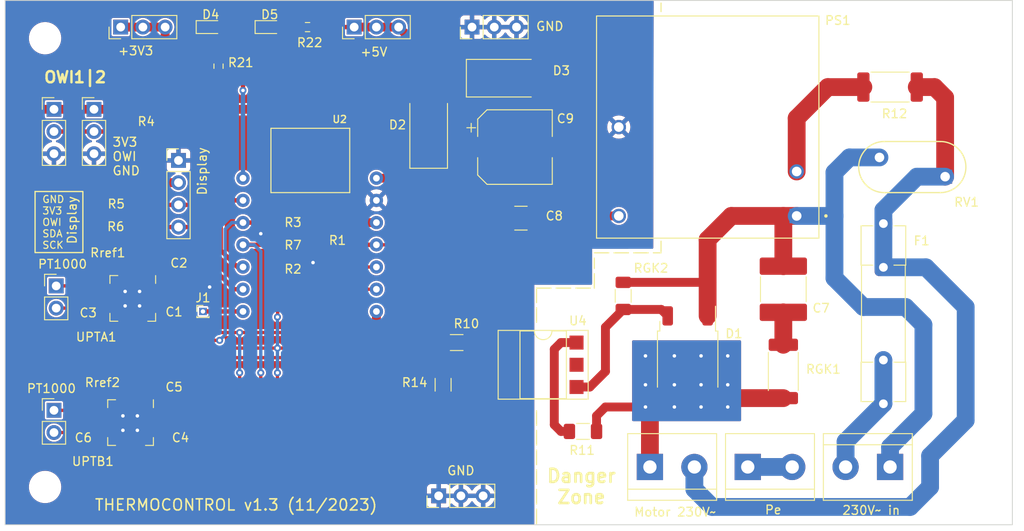
<source format=kicad_pcb>
(kicad_pcb (version 20221018) (generator pcbnew)
  (layers (0 "F.Cu" signal) (31 "B.Cu" signal) (34 "B.Paste" user) (35 "F.Paste" user) (36 "B.SilkS" user "B.Silkscreen") (37 "F.SilkS" user "F.Silkscreen") (38 "B.Mask" user) (39 "F.Mask" user) (44 "Edge.Cuts" user))
  (net 0 "")
  (net 1 "+3V3")
  (net 2 "GND")
  (net 3 "Net-(JPTa1-Pin_1)")
  (net 4 "Net-(JPTa1-Pin_2)")
  (net 5 "Net-(JPTb1-Pin_1)")
  (net 6 "Net-(JPTb1-Pin_2)")
  (net 7 "Net-(C7-Pad1)")
  (net 8 "power_230V_N")
  (net 9 "+5V")
  (net 10 "Net-(D1-G)")
  (net 11 "/motor_control/triac_com")
  (net 12 "Net-(D2-K)")
  (net 13 "Net-(D4-A)")
  (net 14 "Net-(D5-A)")
  (net 15 "power_230V_L1_fused")
  (net 16 "power_230V_L1")
  (net 17 "gpio1")
  (net 18 "i2c_sda")
  (net 19 "i2c_sck")
  (net 20 "owi")
  (net 21 "Net-(J_230V_PE1-Pin_1)")
  (net 22 "Net-(PS1-AC(L))")
  (net 23 "spi_sdi")
  (net 24 "spi_sck")
  (net 25 "spi_cs1")
  (net 26 "spi_cs2")
  (net 27 "motor_ctrl")
  (net 28 "Net-(R10-Pad2)")
  (net 29 "Net-(R11-Pad1)")
  (net 30 "led")
  (net 31 "Net-(UPTA1-ISENSOR)")
  (net 32 "Net-(UPTA1-BIAS)")
  (net 33 "Net-(UPTB1-ISENSOR)")
  (net 34 "Net-(UPTB1-BIAS)")
  (net 35 "spi_sdo")
  (footprint "TerminalBlock:TerminalBlock_bornier-2_P5.08mm" (layer "F.Cu") (at 93.726 73.406)
    (fp_text reference "J_Motor_out1" hide)
    (fp_text value "Screw_Terminal_01x02" hide)
  )
  (footprint "Diode_SMD:D_SMB_Handsoldering" (layer "F.Cu") (at 68.453 34.544 90)
    (fp_text reference "D2")
    (fp_text value "D_Schottky")
  )
  (footprint "Resistor_SMD:R_2512_6332Metric_Pad1.40x3.35mm_HandSolder" (layer "F.Cu") (at 121.158 29.972 180)
    (fp_text reference "R12")
    (fp_text value "RES SMD 12 OHM 5% 3W 2512" hide)
  )
  (footprint "LED_SMD:LED_0603_1608Metric_Pad1.05x0.95mm_HandSolder" (layer "F.Cu") (at 43.561 23.114)
    (fp_text reference "D4")
    (fp_text value "LED")
  )
  (footprint "MountingHole:MountingHole_3.2mm_M3" (layer "F.Cu") (at 24.638 24.384)
    (fp_text reference "H1" hide)
    (fp_text value "MountingHole")
  )
  (footprint "Capacitor_SMD:C_0201_0603Metric_Pad0.64x0.40mm_HandSolder" (layer "F.Cu") (at 29.464 68.077 -90)
    (fp_text reference "C6")
    (fp_text value "100nF")
  )
  (footprint "Package_DFN_QFN:TQFN-20-1EP_5x5mm_P0.65mm_EP3.25x3.25mm" (layer "F.Cu") (at 34.402 68.331 -90)
    (fp_text reference "UPTB1")
    (fp_text value "MAX31865xTP")
  )
  (footprint "Resistor_SMD:R_0201_0603Metric_Pad0.64x0.40mm_HandSolder" (layer "F.Cu") (at 51.204468 50.300724 -90)
    (fp_text reference "R2")
    (fp_text value "1k")
  )
  (footprint "Fuse:Fuseholder_Clip-5x20mm_Schurter_CQM_Inline_P20.60x5.00mm_D1.00mm_Horizontal" (layer "F.Cu") (at 120.396 45.58 -90)
    (fp_text reference "F1")
    (fp_text value "0031.8201")
  )
  (footprint "Resistor_SMD:R_0201_0603Metric_Pad0.64x0.40mm_HandSolder" (layer "F.Cu") (at 34.925 45.979)
    (fp_text reference "R6")
    (fp_text value "R")
  )
  (footprint "Resistor_SMD:R_0201_0603Metric_Pad0.64x0.40mm_HandSolder" (layer "F.Cu") (at 59.69 47.60975 -90)
    (fp_text reference "R1")
    (fp_text value "1k")
  )
  (footprint "Connector_PinHeader_2.54mm:PinHeader_1x03_P2.54mm_Vertical" (layer "F.Cu") (at 73.406 23.114 90)
    (fp_text reference "JGND1" hide)
    (fp_text value "Conn_01x03" hide)
  )
  (footprint "Package_DFN_QFN:TQFN-20-1EP_5x5mm_P0.65mm_EP3.25x3.25mm" (layer "F.Cu") (at 34.656 54.1315 -90)
    (fp_text reference "UPTA1")
    (fp_text value "MAX31865xTP")
  )
  (footprint "TerminalBlock:TerminalBlock_bornier-2_P5.08mm" (layer "F.Cu") (at 121.158 73.406 180)
    (fp_text reference "J_230V_in1" hide)
    (fp_text value "Screw_Terminal_01x02" hide)
  )
  (footprint "Capacitor_SMD:C_0201_0603Metric_Pad0.64x0.40mm_HandSolder" (layer "F.Cu") (at 39.878 51.821 90)
    (fp_text reference "C2")
    (fp_text value "C")
  )
  (footprint "Resistor_SMD:R_0201_0603Metric_Pad0.64x0.40mm_HandSolder" (layer "F.Cu") (at 34.671 63.9114)
    (fp_text reference "Rref2")
    (fp_text value "R")
  )
  (footprint "Connector_PinHeader_2.54mm:PinHeader_1x03_P2.54mm_Vertical" (layer "F.Cu") (at 33.274 23.114 90)
    (fp_text reference "J3V3" hide)
    (fp_text value "Conn_01x03" hide)
  )
  (footprint "power_230v_5v_LD03_23B05R2:CONV_LD03-23B05R2" (layer "F.Cu") (at 100.33 34.544 180)
    (fp_text reference "PS1")
    (fp_text value "LD03-23B05R2")
  )
  (footprint "Resistor_SMD:R_0201_0603Metric_Pad0.64x0.40mm_HandSolder" (layer "F.Cu") (at 34.544 34.644357 -90)
    (fp_text reference "R4")
    (fp_text value "R")
  )
  (footprint "Resistor_SMD:R_2512_6332Metric_Pad1.40x3.35mm_HandSolder" (layer "F.Cu") (at 108.966 62.486 90)
    (fp_text reference "RGK1")
    (fp_text value "39")
  )
  (footprint "xiao ESP32C3_PCB:flo_esp32s3" (layer "F.Cu") (at 47.244 58.166)
    (fp_text reference "U2")
    (fp_text value "MOUDLE-SEEEDUINO-XIAO-ESP32C3")
  )
  (footprint "Resistor_SMD:R_0603_1608Metric_Pad0.98x0.95mm_HandSolder" (layer "F.Cu") (at 44.45 27.5825 90)
    (fp_text reference "R21")
    (fp_text value "R")
  )
  (footprint "Capacitor_SMD:C_0201_0603Metric_Pad0.64x0.40mm_HandSolder" (layer "F.Cu") (at 39.624 65.9434 90)
    (fp_text reference "C5")
    (fp_text value "C")
  )
  (footprint "Package_TO_SOT_SMD:TO-252-2" (layer "F.Cu") (at 98.038 61.174 -90)
    (fp_text reference "D1")
    (fp_text value "ACST210")
  )
  (footprint "Connector_PinHeader_2.54mm:PinHeader_1x03_P2.54mm_Vertical" (layer "F.Cu") (at 25.654 32.512)
    (fp_text reference "JOWI1" hide)
    (fp_text value "Conn_01x03" hide)
  )
  (footprint "Capacitor_SMD:C_2220_5650Metric_Pad1.97x5.40mm_HandSolder" (layer "F.Cu") (at 108.966 53.086 90)
    (fp_text reference "C7")
    (fp_text value "10nF (X2)")
  )
  (footprint "MountingHole:MountingHole_3.2mm_M3" (layer "F.Cu") (at 24.638 75.692)
    (fp_text reference "H4" hide)
    (fp_text value "MountingHole")
  )
  (footprint "Connector_PinHeader_2.54mm:PinHeader_1x04_P2.54mm_Vertical" (layer "F.Cu") (at 39.878 38.359)
    (fp_text reference "JDisplay1" hide)
    (fp_text value "Conn_01x04_Pin")
  )
  (footprint "MountingHole:MountingHole_3.2mm_M3" (layer "F.Cu") (at 131.318 75.692)
    (fp_text reference "H3" hide)
    (fp_text value "MountingHole")
  )
  (footprint "Resistor_SMD:R_1206_3216Metric_Pad1.30x1.75mm_HandSolder" (layer "F.Cu") (at 70.104 64.008 90)
    (fp_text reference "R14")
    (fp_text value "4k7")
  )
  (footprint "Resistor_SMD:R_0201_0603Metric_Pad0.64x0.40mm_HandSolder" (layer "F.Cu") (at 50.7943 45.470767 180)
    (fp_text reference "R3")
    (fp_text value "1k")
  )
  (footprint "Capacitor_SMD:C_0201_0603Metric_Pad0.64x0.40mm_HandSolder" (layer "F.Cu") (at 40.259 53.98 -90)
    (fp_text reference "C1")
    (fp_text value "C")
  )
  (footprint "Resistor_SMD:R_0201_0603Metric_Pad0.64x0.40mm_HandSolder" (layer "F.Cu") (at 50.7943 48.000813 180)
    (fp_text reference "R7")
    (fp_text value "1k")
  )
  (footprint "Connector_PinHeader_2.54mm:PinHeader_1x02_P2.54mm_Vertical" (layer "F.Cu") (at 25.908 52.705)
    (fp_text reference "JPTa1" hide)
    (fp_text value "Conn_01x02")
  )
  (footprint "Resistor_SMD:R_1206_3216Metric_Pad1.30x1.75mm_HandSolder" (layer "F.Cu") (at 71.654 59.182)
    (fp_text reference "R10")
    (fp_text value "Rift")
  )
  (footprint "LED_SMD:LED_0603_1608Metric_Pad1.05x0.95mm_HandSolder" (layer "F.Cu") (at 50.292 23.114)
    (fp_text reference "D5")
    (fp_text value "power_led")
  )
  (footprint "Resistor_SMD:R_0201_0603Metric_Pad0.64x0.40mm_HandSolder" (layer "F.Cu") (at 34.925 49.535)
    (fp_text reference "Rref1")
    (fp_text value "R")
  )
  (footprint "Resistor_SMD:R_0603_1608Metric_Pad0.98x0.95mm_HandSolder" (layer "F.Cu") (at 54.6195 23.114 180)
    (fp_text reference "R22")
    (fp_text value "R")
  )
  (footprint "Capacitor_SMD:C_0201_0603Metric_Pad0.64x0.40mm_HandSolder" (layer "F.Cu") (at 29.718 53.853 -90)
    (fp_text reference "C3")
    (fp_text value "100nF")
  )
  (footprint "VRES_B722-350V_TDK:VRES_B722-350V_TDK" (layer "F.Cu") (at 123.698 39.116 180)
    (fp_text reference "RV1")
    (fp_text value "S10K350")
  )
  (footprint "Resistor_SMD:R_0201_0603Metric_Pad0.64x0.40mm_HandSolder" (layer "F.Cu") (at 34.925 43.439)
    (fp_text reference "R5")
    (fp_text value "R")
  )
  (footprint "Diode_SMD:D_SMB_Handsoldering" (layer "F.Cu") (at 77.47 28.956)
    (fp_text reference "D3")
    (fp_text value "SMBJ7.0A")
  )
  (footprint "Capacitor_SMD:C_1210_3225Metric_Pad1.33x2.70mm_HandSolder" (layer "F.Cu") (at 78.994 44.958)
    (fp_text reference "C8")
    (fp_text value "1u")
  )
  (footprint "Resistor_SMD:R_1206_3216Metric_Pad1.30x1.75mm_HandSolder" (layer "F.Cu") (at 90.678 53.848 -90)
    (fp_text reference "RGK2")
    (fp_text value "330")
  )
  (footprint "Connector_PinHeader_1.00mm:PinHeader_1x01_P1.00mm_Vertical" (layer "F.Cu") (at 42.672 55.626)
    (fp_text reference "J1")
    (fp_text value "Conn_01x01")
  )
  (footprint "Resistor_SMD:R_1206_3216Metric_Pad1.30x1.75mm_HandSolder" (layer "F.Cu") (at 86.08 69.342)
    (fp_text reference "R11")
    (fp_text value "360")
  )
  (footprint "Package_DIP:DIP-6_W7.62mm_SMDSocket_SmallPads" (layer "F.Cu") (at 81.534 61.722)
    (fp_text reference "U4")
    (fp_text value "MOC3162M")
  )
  (footprint "Capacitor_SMD:CP_Elec_8x6.9" (layer "F.Cu") (at 78.313 36.83)
    (fp_text reference "C9")
    (fp_text value "150u")
  )
  (footprint "Connector_PinHeader_2.54mm:PinHeader_1x03_P2.54mm_Vertical" (layer "F.Cu") (at 30.226 32.512)
    (fp_text reference "JOWI2" hide)
    (fp_text value "Conn_01x03" hide)
  )
  (footprint "Capacitor_SMD:C_0201_0603Metric_Pad0.64x0.40mm_HandSolder" (layer "F.Cu") (at 40.005 68.3557 -90)
    (fp_text reference "C4")
    (fp_text value "C")
  )
  (footprint "Connector_PinHeader_2.54mm:PinHeader_1x03_P2.54mm_Vertical" (layer "F.Cu") (at 69.596 76.708 90)
    (fp_text reference "JGND2" hide)
    (fp_text value "Conn_01x03" hide)
  )
  (footprint "Connector_PinHeader_2.54mm:PinHeader_1x02_P2.54mm_Vertical" (layer "F.Cu") (at 25.654 66.929)
    (fp_text reference "JPTb1" hide)
    (fp_text value "Conn_01x02")
  )
  (footprint "Connector_PinHeader_2.54mm:PinHeader_1x03_P2.54mm_Vertical" (layer "F.Cu") (at 59.944 23.114 90)
    (fp_text reference "J5V1" hide)
    (fp_text value "Conn_01x03" hide)
  )
  (footprint "MountingHole:MountingHole_3.2mm_M3" (layer "F.Cu") (at 131.318 24.384)
    (fp_text reference "H2" hide)
    (fp_text value "MountingHole")
  )
  (footprint "TerminalBlock:TerminalBlock_bornier-2_P5.08mm" (layer "F.Cu") (at 104.902 73.406)
    (fp_text reference "J_230V_PE1" hide)
    (fp_text value "Screw_Terminal_01x02" hide)
  )
  (gr_line (start 80.772 79.883) (end 80.772 66.3956) (stroke (width 0.15) (type dash)) (layer "F.SilkS"))
  (gr_line (start 94.996 48.768) (end 94.996 47.5996) (stroke (width 0.15) (type dash)) (layer "F.SilkS"))
  (gr_rect (start 23.495 41.91) (end 28.956 48.895) (stroke (width 0.15)) (fill none) (layer "F.SilkS"))
  (gr_line (start 94.996 21.336) (end 94.996 20.3708) (stroke (width 0.15)) (layer "F.SilkS"))
  (gr_line (start 87.376 48.9204) (end 94.996 48.9204) (stroke (width 0.15) (type dash)) (layer "F.SilkS"))
  (gr_line (start 80.772 52.959) (end 80.772 57.2516) (stroke (width 0.15) (type dash)) (layer "F.SilkS"))
  (gr_line (start 87.376 52.959) (end 87.376 49.53) (stroke (width 0.15) (type dash)) (layer "F.SilkS"))
  (gr_line (start 80.772 52.959) (end 87.376 52.959) (stroke (width 0.15) (type dash)) (layer "F.SilkS"))
  (gr_rect (start 20.066 20.066) (end 135.128 80.01) (stroke (width 0.1)) (fill none) (layer "Edge.Cuts"))
  (gr_text "GND" (at 70.485 74.422) (layer "F.SilkS") (effects (font (size 1.016 1.016) (thickness 0.1524)) (justify left bottom)))
  (gr_text "+5V" (at 60.579 26.543) (layer "F.SilkS") (effects (font (size 1 1)) (justify left bottom)))
  (gr_text "230V~ in" (at 115.6208 78.9432) (layer "F.SilkS") (effects (font (size 1 1)) (justify left bottom)))
  (gr_text "Motor 230V~" (at 91.8464 79.1464) (layer "F.SilkS") (effects (font (size 1 1)) (justify left bottom)))
  (gr_text "Pe" (at 106.7816 78.8924) (layer "F.SilkS") (effects (font (size 1 1)) (justify left bottom)))
  (gr_text "Display" (at 43.18 42.418 90) (layer "F.SilkS") (effects (font (size 1.016 1.016)) (justify left bottom)))
  (gr_text "3V3\nOWI\nGND" (at 32.258 40.132) (layer "F.SilkS") (effects (font (size 1.016 1.016) (thickness 0.1524)) (justify left bottom)))
  (gr_text "OWI1|2" (at 24.384 29.591) (layer "F.SilkS") (effects (font (size 1.27 1.27) (thickness 0.2794) bold) (justify left bottom)))
  (gr_text "+3V3" (at 32.893 26.416) (layer "F.SilkS") (effects (font (size 1 1)) (justify left bottom)))
  (gr_text "Danger\nZone" (at 85.9028 77.724) (layer "F.SilkS") (effects (font (size 1.5 1.5) (thickness 0.3) bold) (justify bottom)))
  (gr_text "PT1000" (at 23.749 50.8) (layer "F.SilkS") (effects (font (size 1 1)) (justify left bottom)))
  (gr_text "GND" (at 80.645 23.622) (layer "F.SilkS") (effects (font (size 1.016 1.016) (thickness 0.1524)) (justify left bottom)))
  (gr_text "THERMOCONTROL v1.3 (11/2023)" (at 30.226 78.486) (layer "F.SilkS") (effects (font (size 1.27 1.27) (thickness 0.1778)) (justify left bottom)))
  (gr_text "PT1000" (at 22.479 65.024) (layer "F.SilkS") (effects (font (size 1 1)) (justify left bottom)))
  (gr_text "Display" (at 28.321 48.006 90) (layer "F.SilkS") (effects (font (size 1.016 1.016)) (justify left bottom)))
  (gr_text "GND\n3V3\nOWI\nSDA\nSCK" (at 24.257 48.514) (layer "F.SilkS") (effects (font (size 0.8128 0.8128) (thickness 0.127) bold) (justify left bottom)))
  (segment (start 51.204468 48.003481) (end 51.2018 48.000813) (width 0.508) (layer "F.Cu") (net 1))
  (segment (start 56.388 43.18) (end 56.2864 43.0784) (width 0.508) (layer "F.Cu") (net 1))
  (segment (start 40.894 67.0592) (end 40.005 67.9482) (width 0.508) (layer "F.Cu") (net 1))
  (segment (start 40.132 48.392) (end 41.529 49.789) (width 0.508) (layer "F.Cu") (net 1))
  (segment (start 38.354 29.845) (end 41.021 32.512) (width 1.016) (layer "F.Cu") (net 1))
  (segment (start 37.9785 52.8315) (end 37.0935 52.8315) (width 0.381) (layer "F.Cu") (net 1))
  (segment (start 34.5175 47.0955) (end 35.56 48.138) (width 0.508) (layer "F.Cu") (net 1))
  (segment (start 37.876 67.031) (end 36.8395 67.031) (width 0.381) (layer "F.Cu") (net 1))
  (segment (start 38.354 23.114) (end 38.354 29.845) (width 1.016) (layer "F.Cu") (net 1))
  (segment (start 56.2864 43.0784) (end 52.08085 43.0784) (width 0.508) (layer "F.Cu") (net 1))
  (segment (start 56.388 43.18) (end 56.388 37.338) (width 1.016) (layer "F.Cu") (net 1))
  (segment (start 34.5175 45.979) (end 34.5175 43.439) (width 0.508) (layer "F.Cu") (net 1))
  (segment (start 35.56 48.138) (end 35.814 48.392) (width 0.508) (layer "F.Cu") (net 1))
  (segment (start 59.69 45.50225) (end 59.65375 45.466) (width 0.508) (layer "F.Cu") (net 1))
  (segment (start 34.5175 40.9995) (end 34.417 40.899) (width 0.508) (layer "F.Cu") (net 1))
  (segment (start 39.878 52.2285) (end 38.5815 52.2285) (width 0.381) (layer "F.Cu") (net 1))
  (segment (start 41.529 49.789) (end 41.529 52.075) (width 0.508) (layer "F.Cu") (net 1))
  (segment (start 35.814 48.392) (end 37.211 48.392) (width 0.508) (layer "F.Cu") (net 1))
  (segment (start 56.388 43.18) (end 58.674 45.466) (width 1.016) (layer "F.Cu") (net 1))
  (segment (start 34.544 34.1365) (end 34.544 32.512) (width 0.508) (layer "F.Cu") (net 1))
  (segment (start 34.5175 45.979) (end 34.5175 47.0955) (width 0.508) (layer "F.Cu") (net 1))
  (segment (start 36.8395 67.681) (end 38.339 67.681) (width 0.381) (layer "F.Cu") (net 1))
  (segment (start 23.373 40.899) (end 22.479 40.005) (width 1.016) (layer "F.Cu") (net 1))
  (segment (start 39.878 52.2285) (end 41.3755 52.2285) (width 0.381) (layer "F.Cu") (net 1))
  (segment (start 22.479 33.655) (end 23.622 32.512) (width 1.016) (layer "F.Cu") (net 1))
  (segment (start 39.624 66.3509) (end 38.5561 66.3509) (width 0.381) (layer "F.Cu") (net 1))
  (segment (start 40.259 53.5725) (end 41.0475 53.5725) (width 0.381) (layer "F.Cu") (net 1))
  (segment (start 37.211 48.392) (end 40.132 48.392) (width 0.508) (layer "F.Cu") (net 1))
  (segment (start 56.388 37.338) (end 51.562 32.512) (width 1.016) (layer "F.Cu") (net 1))
  (segment (start 51.2018 48.000813) (end 51.2018 45.470767) (width 0.508) (layer "F.Cu") (net 1))
  (segment (start 51.204468 49.893224) (end 51.204468 48.003481) (width 0.508) (layer "F.Cu") (net 1))
  (segment (start 39.8984 62.1284) (end 25.9334 62.1284) (width 0.508) (layer "F.Cu") (net 1))
  (segment (start 38.5561 66.3509) (end 37.876 67.031) (width 0.381) (layer "F.Cu") (net 1))
  (segment (start 59.65375 45.466) (end 62.484 45.466) (width 1.016) (layer "F.Cu") (net 1))
  (segment (start 34.544 32.512) (end 41.021 32.512) (width 1.016) (layer "F.Cu") (net 1))
  (segment (start 39.624 66.3509) (end 40.8421 66.3509) (width 0.381) (layer "F.Cu") (net 1))
  (segment (start 22.479 40.005) (end 22.479 33.655) (width 1.016) (layer "F.Cu") (net 1))
  (segment (start 51.2018 43.95745) (end 51.2018 45.470767) (width 0.508) (layer "F.Cu") (net 1))
  (segment (start 41.529 53.091) (end 41.529 52.075) (width 0.381) (layer "F.Cu") (net 1))
  (segment (start 38.4397 53.4815) (end 37.0935 53.4815) (width 0.381) (layer "F.Cu") (net 1))
  (segment (start 41.3755 52.2285) (end 41.529 52.075) (width 0.381) (layer "F.Cu") (net 1))
  (segment (start 40.894 63.124) (end 39.8984 62.1284) (width 0.508) (layer "F.Cu") (net 1))
  (segment (start 40.894 66.299) (end 40.894 67.0592) (width 0.508) (layer "F.Cu") (net 1))
  (segment (start 51.562 32.512) (end 41.021 32.512) (width 1.016) (layer "F.Cu") (net 1))
  (segment (start 38.354 23.114) (end 35.814 23.114) (width 1.016) (layer "F.Cu") (net 1))
  (segment (start 40.259 53.5725) (end 38.5307 53.5725) (width 0.381) (layer "F.Cu") (net 1))
  (segment (start 25.654 32.512) (end 30.226 32.512) (width 1.016) (layer "F.Cu") (net 1))
  (segment (start 39.878 40.899) (end 34.417 40.899) (width 1.016) (layer "F.Cu") (net 1))
  (segment (start 59.69 47.20225) (end 59.69 45.50225) (width 0.508) (layer "F.Cu") (net 1))
  (segment (start 33.274 23.114) (end 35.814 23.114) (width 1.016) (layer "F.Cu") (net 1))
  (segment (start 22.479 58.674) (end 22.479 40.005) (width 0.508) (layer "F.Cu") (net 1))
  (segment (start 38.608 67.95) (end 40.0032 67.95) (width 0.381) (layer "F.Cu") (net 1))
  (segment (start 58.674 45.466) (end 59.65375 45.466) (width 1.016) (layer "F.Cu") (net 1))
  (segment (start 40.0032 67.95) (end 40.005 67.9482) (width 0.381) (layer "F.Cu") (net 1))
  (segment (start 30.226 32.512) (end 34.544 32.512) (width 1.016) (layer "F.Cu") (net 1))
  (segment (start 40.894 66.299) (end 40.894 63.124) (width 0.508) (layer "F.Cu") (net 1))
  (segment (start 34.5175 43.439) (end 34.5175 40.9995) (width 0.508) (layer "F.Cu") (net 1))
  (segment (start 25.9334 62.1284) (end 22.479 58.674) (width 0.508) (layer "F.Cu") (net 1))
  (segment (start 40.8421 66.3509) (end 40.894 66.299) (width 0.381) (layer "F.Cu") (net 1))
  (segment (start 38.339 67.681) (end 38.608 67.95) (width 0.381) (layer "F.Cu") (net 1))
  (segment (start 34.417 40.899) (end 23.373 40.899) (width 1.016) (layer "F.Cu") (net 1))
  (segment (start 52.08085 43.0784) (end 51.2018 43.95745) (width 0.508) (layer "F.Cu") (net 1))
  (segment (start 41.0475 53.5725) (end 41.529 53.091) (width 0.381) (layer "F.Cu") (net 1))
  (segment (start 23.622 32.512) (end 25.654 32.512) (width 1.016) (layer "F.Cu") (net 1))
  (segment (start 38.5307 53.5725) (end 38.4397 53.4815) (width 0.381) (layer "F.Cu") (net 1))
  (segment (start 38.5815 52.2285) (end 37.9785 52.8315) (width 0.381) (layer "F.Cu") (net 1))
  (via (at 55.245 50.038) (size 0.8) (drill 0.4) (layers "F.Cu" "B.Cu") (net 2))
  (via (at 35.433 53.34) (size 0.8) (drill 0.4) (layers "F.Cu" "B.Cu") (net 2))
  (via (at 33.782 53.34) (size 0.8) (drill 0.4) (layers "F.Cu" "B.Cu") (net 2))
  (via (at 43.434 52.832) (size 0.8) (drill 0.4) (layers "F.Cu" "B.Cu") (net 2))
  (via (at 35.179 67.564) (size 0.8) (drill 0.4) (layers "F.Cu" "B.Cu") (net 2))
  (via (at 49.276 46.736) (size 0.8) (drill 0.4) (layers "F.Cu" "B.Cu") (net 2))
  (via (at 33.528 67.564) (size 0.8) (drill 0.4) (layers "F.Cu" "B.Cu") (net 2))
  (via (at 33.528 69.215) (size 0.8) (drill 0.4) (layers "F.Cu" "B.Cu") (net 2))
  (via (at 35.433 54.991) (size 0.8) (drill 0.4) (layers "F.Cu" "B.Cu") (net 2))
  (via (at 35.179 69.215) (size 0.8) (drill 0.4) (layers "F.Cu" "B.Cu") (net 2))
  (via (at 33.782 54.991) (size 0.8) (drill 0.4) (layers "F.Cu" "B.Cu") (net 2))
  (segment (start 25.908 52.705) (end 27.935 52.705) (width 0.381) (layer "F.Cu") (net 3))
  (segment (start 30.8345 52.1015) (end 30.8345 53.4455) (width 0.381) (layer "F.Cu") (net 3))
  (segment (start 27.935 52.705) (end 28.6755 53.4455) (width 0.381) (layer "F.Cu") (net 3))
  (segment (start 33.356 51.694) (end 31.242 51.694) (width 0.381) (layer "F.Cu") (net 3))
  (segment (start 30.8345 53.4455) (end 29.718 53.4455) (width 0.381) (layer "F.Cu") (net 3))
  (segment (start 31.242 51.694) (end 30.8345 52.1015) (width 0.381) (layer "F.Cu") (net 3))
  (segment (start 32.2185 53.4815) (end 30.8705 53.4815) (width 0.381) (layer "F.Cu") (net 3))
  (segment (start 28.6755 53.4455) (end 29.718 53.4455) (width 0.381) (layer "F.Cu") (net 3))
  (segment (start 30.8705 53.4815) (end 30.8345 53.4455) (width 0.381) (layer "F.Cu") (net 3))
  (segment (start 32.2185 54.1315) (end 30.9635 54.1315) (width 0.381) (layer "F.Cu") (net 4))
  (segment (start 30.9635 54.1315) (end 30.8345 54.2605) (width 0.381) (layer "F.Cu") (net 4))
  (segment (start 27.564 55.245) (end 28.5485 54.2605) (width 0.381) (layer "F.Cu") (net 4))
  (segment (start 30.8345 54.2605) (end 29.718 54.2605) (width 0.381) (layer "F.Cu") (net 4))
  (segment (start 25.908 55.245) (end 27.564 55.245) (width 0.381) (layer "F.Cu") (net 4))
  (segment (start 28.5485 54.2605) (end 29.718 54.2605) (width 0.381) (layer "F.Cu") (net 4))
  (segment (start 32.2185 54.7815) (end 32.2185 54.1315) (width 0.381) (layer "F.Cu") (net 4))
  (segment (start 31.9645 67.681) (end 30.973 67.681) (width 0.381) (layer "F.Cu") (net 5))
  (segment (start 30.861 66.299) (end 30.861 67.569) (width 0.381) (layer "F.Cu") (net 5))
  (segment (start 25.654 66.929) (end 27.046 66.929) (width 0.381) (layer "F.Cu") (net 5))
  (segment (start 29.464 67.6695) (end 30.9615 67.6695) (width 0.381) (layer "F.Cu") (net 5))
  (segment (start 30.9615 67.6695) (end 30.973 67.681) (width 0.381) (layer "F.Cu") (net 5))
  (segment (start 27.046 66.929) (end 27.7865 67.6695) (width 0.381) (layer "F.Cu") (net 5))
  (segment (start 31.2665 65.8935) (end 30.861 66.299) (width 0.381) (layer "F.Cu") (net 5))
  (segment (start 33.102 65.8935) (end 31.2665 65.8935) (width 0.381) (layer "F.Cu") (net 5))
  (segment (start 27.7865 67.6695) (end 29.464 67.6695) (width 0.381) (layer "F.Cu") (net 5))
  (segment (start 30.861 67.569) (end 30.9615 67.6695) (width 0.381) (layer "F.Cu") (net 5))
  (segment (start 30.7075 68.4845) (end 30.861 68.331) (width 0.381) (layer "F.Cu") (net 6))
  (segment (start 31.9645 68.981) (end 31.9645 68.331) (width 0.381) (layer "F.Cu") (net 6))
  (segment (start 29.464 68.4845) (end 27.9135 68.4845) (width 0.381) (layer "F.Cu") (net 6))
  (segment (start 30.861 68.331) (end 31.9645 68.331) (width 0.381) (layer "F.Cu") (net 6))
  (segment (start 26.929 69.469) (end 25.654 69.469) (width 0.381) (layer "F.Cu") (net 6))
  (segment (start 27.9135 68.4845) (end 26.929 69.469) (width 0.381) (layer "F.Cu") (net 6))
  (segment (start 29.464 68.4845) (end 30.7075 68.4845) (width 0.381) (layer "F.Cu") (net 6))
  (segment (start 108.966 59.436) (end 108.966 55.7235) (width 2.032) (layer "F.Cu") (net 7))
  (segment (start 90.678 52.298) (end 100.292 52.298) (width 1.016) (layer "F.Cu") (net 8))
  (segment (start 100.318 52.324) (end 100.318 47.4084) (width 2.032) (layer "F.Cu") (net 8))
  (segment (start 103.0224 44.704) (end 110.49 44.704) (width 2.032) (layer "F.Cu") (net 8))
  (segment (start 100.318 56.134) (end 100.318 52.324) (width 2.032) (layer "F.Cu") (net 8))
  (segment (start 108.966 50.4485) (end 108.966 44.704) (width 2.032) (layer "F.Cu") (net 8))
  (segment (start 100.292 52.298) (end 100.318 52.324) (width 1.016) (layer "F.Cu") (net 8))
  (segment (start 100.318 47.4084) (end 103.0224 44.704) (width 2.032) (layer "F.Cu") (net 8))
  (segment (start 124.968 67.31) (end 124.968 57.15) (width 2.032) (layer "B.Cu") (net 8))
  (segment (start 114.808 39.7256) (end 116.5176 38.016) (width 2.032) (layer "B.Cu") (net 8))
  (segment (start 114.808 51.816) (end 114.808 44.704) (width 2.032) (layer "B.Cu") (net 8))
  (segment (start 121.158 71.12) (end 124.968 67.31) (width 2.032) (layer "B.Cu") (net 8))
  (segment (start 122.936 55.118) (end 118.11 55.118) (width 2.032) (layer "B.Cu") (net 8))
  (segment (start 116.5176 38.016) (end 119.948 38.016) (width 2.032) (layer "B.Cu") (net 8))
  (segment (start 114.808 44.704) (end 110.49 44.704) (width 2.032) (layer "B.Cu") (net 8))
  (segment (start 118.11 55.118) (end 114.808 51.816) (width 2.032) (layer "B.Cu") (net 8))
  (segment (start 121.158 73.406) (end 121.158 71.12) (width 2.032) (layer "B.Cu") (net 8))
  (segment (start 124.968 57.15) (end 122.936 55.118) (width 2.032) (layer "B.Cu") (net 8))
  (segment (start 114.808 44.704) (end 114.808 39.7256) (width 2.032) (layer "B.Cu") (net 8))
  (segment (start 62.484 23.114) (end 65.024 23.114) (width 1.016) (layer "F.Cu") (net 9))
  (segment (start 74.838 40.548) (end 77.4315 43.1415) (width 1.016) (layer "F.Cu") (net 9))
  (segment (start 88.138 44.704) (end 83.566 49.276) (width 1.016) (layer "F.Cu") (net 9))
  (segment (start 79.248 49.276) (end 77.4315 47.4595) (width 1.016) (layer "F.Cu") (net 9))
  (segment (start 77.4315 47.4595) (end 77.4315 44.958) (width 1.016) (layer "F.Cu") (net 9))
  (segment (start 90.17 44.704) (end 88.138 44.704) (width 1.016) (layer "F.Cu") (net 9))
  (segment (start 83.566 49.276) (end 79.248 49.276) (width 1.016) (layer "F.Cu") (net 9))
  (segment (start 68.453 28.956) (end 68.453 26.543) (width 1.016) (layer "F.Cu") (net 9))
  (segment (start 68.453 31.844) (end 68.453 28.956) (width 1.016) (layer "F.Cu") (net 9))
  (segment (start 74.838 36.83) (end 74.838 40.548) (width 1.016) (layer "F.Cu") (net 9))
  (segment (start 74.77 28.956) (end 68.453 28.956) (width 1.016) (layer "F.Cu") (net 9))
  (segment (start 77.4315 43.1415) (end 77.4315 44.958) (width 1.016) (layer "F.Cu") (net 9))
  (segment (start 68.453 26.543) (end 65.024 23.114) (width 1.016) (layer "F.Cu") (net 9))
  (segment (start 74.838 36.83) (end 74.838 29.024) (width 1.016) (layer "F.Cu") (net 9))
  (segment (start 59.944 23.114) (end 62.484 23.114) (width 1.016) (layer "F.Cu") (net 9))
  (segment (start 59.944 23.114) (end 55.532 23.114) (width 0.508) (layer "F.Cu") (net 9))
  (segment (start 88.646 62.484) (end 88.646 57.43) (width 1.016) (layer "F.Cu") (net 10))
  (segment (start 95.758 56.134) (end 95.022 55.398) (width 1.016) (layer "F.Cu") (net 10))
  (segment (start 95.022 55.398) (end 90.678 55.398) (width 1.016) (layer "F.Cu") (net 10))
  (segment (start 85.344 64.262) (end 86.868 64.262) (width 1.016) (layer "F.Cu") (net 10))
  (segment (start 88.646 57.43) (end 90.678 55.398) (width 1.016) (layer "F.Cu") (net 10))
  (segment (start 86.868 64.262) (end 88.646 62.484) (width 1.016) (layer "F.Cu") (net 10))
  (segment (start 108.966 65.536) (end 102.366 65.536) (width 2.032) (layer "F.Cu") (net 11))
  (segment (start 87.63 67.564) (end 88.646 66.548) (width 1.016) (layer "F.Cu") (net 11))
  (segment (start 93.726 73.406) (end 93.726 66.802) (width 2.032) (layer "F.Cu") (net 11))
  (segment (start 93.472 66.548) (end 93.726 66.802) (width 1.016) (layer "F.Cu") (net 11))
  (segment (start 87.63 69.342) (end 87.63 67.564) (width 1.016) (layer "F.Cu") (net 11))
  (segment (start 88.646 66.548) (end 93.472 66.548) (width 1.016) (layer "F.Cu") (net 11))
  (via (at 93.218 64.008) (size 0.8) (drill 0.4) (layers "F.Cu" "B.Cu") (net 11))
  (via (at 99.568 60.706) (size 0.8) (drill 0.4) (layers "F.Cu" "B.Cu") (net 11))
  (via (at 96.52 64.008) (size 0.8) (drill 0.4) (layers "F.Cu" "B.Cu") (net 11))
  (via (at 99.568 64.008) (size 0.8) (drill 0.4) (layers "F.Cu" "B.Cu") (net 11))
  (via (at 99.568 66.548) (size 0.8) (drill 0.4) (layers "F.Cu" "B.Cu") (net 11))
  (via (at 93.218 60.706) (size 0.8) (drill 0.4) (layers "F.Cu" "B.Cu") (net 11))
  (via (at 96.52 66.548) (size 0.8) (drill 0.4) (layers "F.Cu" "B.Cu") (net 11))
  (via (at 102.616 64.008) (size 0.8) (drill 0.4) (layers "F.Cu" "B.Cu") (net 11))
  (via (at 96.52 60.706) (size 0.8) (drill 0.4) (layers "F.Cu" "B.Cu") (net 11))
  (via (at 102.616 66.548) (size 0.8) (drill 0.4) (layers "F.Cu" "B.Cu") (net 11))
  (via (at 102.616 60.706) (size 0.8) (drill 0.4) (layers "F.Cu" "B.Cu") (net 11))
  (via (at 93.218 66.548) (size 0.8) (drill 0.4) (layers "F.Cu" "B.Cu") (net 11))
  (segment (start 68.453 39.624) (end 67.691 40.386) (width 1.016) (layer "F.Cu") (net 12))
  (segment (start 68.453 37.244) (end 68.453 39.624) (width 1.016) (layer "F.Cu") (net 12))
  (segment (start 67.691 40.386) (end 62.484 40.386) (width 1.016) (layer "F.Cu") (net 12))
  (segment (start 44.45 26.67) (end 44.45 23.128) (width 0.508) (layer "F.Cu") (net 13))
  (segment (start 44.45 23.128) (end 44.436 23.114) (width 0.508) (layer "F.Cu") (net 13))
  (segment (start 53.707 23.114) (end 51.167 23.114) (width 0.508) (layer "F.Cu") (net 14))
  (segment (start 127.448 31.182) (end 127.448 40.216) (width 2.032) (layer "F.Cu") (net 15))
  (segment (start 124.208 29.972) (end 126.238 29.972) (width 2.032) (layer "F.Cu") (net 15))
  (segment (start 126.238 29.972) (end 127.448 31.182) (width 2.032) (layer "F.Cu") (net 15))
  (segment (start 98.806 73.406) (end 98.806 75.946) (width 2.032) (layer "B.Cu") (net 15))
  (segment (start 129.794 68.072) (end 129.794 55.118) (width 2.032) (layer "B.Cu") (net 15))
  (segment (start 125.256 50.58) (end 120.396 50.58) (width 2.032) (layer "B.Cu") (net 15))
  (segment (start 120.396 50.58) (end 120.396 45.58) (width 2.032) (layer "B.Cu") (net 15))
  (segment (start 98.806 75.946) (end 100.838 77.978) (width 2.032) (layer "B.Cu") (net 15))
  (segment (start 124.2236 40.216) (end 127.448 40.216) (width 2.032) (layer "B.Cu") (net 15))
  (segment (start 125.73 75.692) (end 125.73 72.136) (width 2.032) (layer "B.Cu") (net 15))
  (segment (start 100.838 77.978) (end 123.444 77.978) (width 2.032) (layer "B.Cu") (net 15))
  (segment (start 125.73 72.136) (end 129.794 68.072) (width 2.032) (layer "B.Cu") (net 15))
  (segment (start 120.396 45.58) (end 120.396 44.0436) (width 2.032) (layer "B.Cu") (net 15))
  (segment (start 129.794 55.118) (end 125.256 50.58) (width 2.032) (layer "B.Cu") (net 15))
  (segment (start 123.444 77.978) (end 125.73 75.692) (width 2.032) (layer "B.Cu") (net 15))
  (segment (start 120.396 44.0436) (end 124.2236 40.216) (width 2.032) (layer "B.Cu") (net 15))
  (segment (start 116.078 73.406) (end 116.078 70.498) (width 2.032) (layer "B.Cu") (net 16))
  (segment (start 120.396 66.18) (end 120.396 61.18) (width 2.032) (layer "B.Cu") (net 16))
  (segment (start 116.078 70.498) (end 120.396 66.18) (width 2.032) (layer "B.Cu") (net 16))
  (segment (start 47.244 55.626) (end 42.672 55.626) (width 0.508) (layer "F.Cu") (net 17))
  (segment (start 46.609 50.546) (end 44.704 48.641) (width 0.508) (layer "F.Cu") (net 18))
  (segment (start 43.439 43.439) (end 39.878 43.439) (width 0.508) (layer "F.Cu") (net 18))
  (segment (start 35.3325 43.439) (end 39.878 43.439) (width 0.508) (layer "F.Cu") (net 18))
  (segment (start 47.244 50.546) (end 46.609 50.546) (width 0.508) (layer "F.Cu") (net 18))
  (segment (start 44.704 48.641) (end 44.704 44.704) (width 0.508) (layer "F.Cu") (net 18))
  (segment (start 44.704 44.704) (end 43.439 43.439) (width 0.508) (layer "F.Cu") (net 18))
  (segment (start 46.228 53.086) (end 43.307 50.165) (width 0.508) (layer "F.Cu") (net 19))
  (segment (start 35.3325 45.979) (end 39.878 45.979) (width 0.508) (layer "F.Cu") (net 19))
  (segment (start 47.244 53.086) (end 46.228 53.086) (width 0.508) (layer "F.Cu") (net 19))
  (segment (start 43.307 47.625) (end 41.661 45.979) (width 0.508) (layer "F.Cu") (net 19))
  (segment (start 41.661 45.979) (end 39.878 45.979) (width 0.508) (layer "F.Cu") (net 19))
  (segment (start 43.307 50.165) (end 43.307 47.625) (width 0.508) (layer "F.Cu") (net 19))
  (segment (start 46.228 42.926) (end 44.958 41.656) (width 0.508) (layer "F.Cu") (net 20))
  (segment (start 34.544 35.051857) (end 42.163857 35.051857) (width 0.508) (layer "F.Cu") (net 20))
  (segment (start 44.958 41.656) (end 44.958 37.846) (width 0.508) (layer "F.Cu") (net 20))
  (segment (start 34.543857 35.052) (end 34.544 35.051857) (width 0.508) (layer "F.Cu") (net 20))
  (segment (start 30.226 35.052) (end 34.543857 35.052) (width 0.508) (layer "F.Cu") (net 20))
  (segment (start 25.654 35.052) (end 30.226 35.052) (width 0.508) (layer "F.Cu") (net 20))
  (segment (start 44.958 37.846) (end 42.163857 35.051857) (width 0.508) (layer "F.Cu") (net 20))
  (segment (start 47.244 42.926) (end 46.228 42.926) (width 0.508) (layer "F.Cu") (net 20))
  (segment (start 104.902 73.406) (end 109.982 73.406) (width 2.032) (layer "B.Cu") (net 21))
  (segment (start 114.046 29.972) (end 110.49 33.528) (width 2.032) (layer "F.Cu") (net 22))
  (segment (start 110.49 33.528) (end 110.49 39.624) (width 2.032) (layer "F.Cu") (net 22))
  (segment (start 118.108 29.972) (end 114.046 29.972) (width 2.032) (layer "F.Cu") (net 22))
  (segment (start 62.484 48.006) (end 59.70125 48.006) (width 0.508) (layer "F.Cu") (net 23))
  (segment (start 53.721 60.706) (end 60.071 54.356) (width 0.381) (layer "F.Cu") (net 23))
  (segment (start 33.356 56.569) (end 33.356 59.391) (width 0.381) (layer "F.Cu") (net 23))
  (segment (start 63.881 48.006) (end 62.484 48.006) (width 0.381) (layer "F.Cu") (net 23))
  (segment (start 64.77 48.895) (end 63.881 48.006) (width 0.381) (layer "F.Cu") (net 23))
  (segment (start 63.881 54.356) (end 64.77 53.467) (width 0.381) (layer "F.Cu") (net 23))
  (segment (start 60.071 54.356) (end 63.881 54.356) (width 0.381) (layer "F.Cu") (net 23))
  (segment (start 34.671 75.438) (end 47.244 75.438) (width 0.381) (layer "F.Cu") (net 23))
  (segment (start 33.356 59.391) (end 34.8742 60.9092) (width 0.381) (layer "F.Cu") (net 23))
  (segment (start 34.8742 60.9092) (end 53.5178 60.9092) (width 0.381) (layer "F.Cu") (net 23))
  (segment (start 64.77 53.467) (end 64.77 48.895) (width 0.381) (layer "F.Cu") (net 23))
  (segment (start 53.5178 60.9092) (end 53.721 60.706) (width 0.381) (layer "F.Cu") (net 23))
  (segment (start 33.102 70.7685) (end 33.102 73.869) (width 0.381) (layer "F.Cu") (net 23))
  (segment (start 33.102 73.869) (end 34.671 75.438) (width 0.381) (layer "F.Cu") (net 23))
  (segment (start 59.70125 48.006) (end 59.69 48.01725) (width 0.508) (layer "F.Cu") (net 23))
  (segment (start 53.721 68.961) (end 53.721 60.706) (width 0.381) (layer "F.Cu") (net 23))
  (segment (start 47.244 75.438) (end 53.721 68.961) (width 0.381) (layer "F.Cu") (net 23))
  (segment (start 51.204468 56.237532) (end 51.181 56.261) (width 0.381) (layer "F.Cu") (net 24))
  (segment (start 46.355 74.295) (end 51.181 69.469) (width 0.381) (layer "F.Cu") (net 24))
  (segment (start 51.181 59.817) (end 53.086 59.817) (width 0.381) (layer "F.Cu") (net 24))
  (segment (start 51.204468 50.708224) (end 51.204468 56.237532) (width 0.381) (layer "F.Cu") (net 24))
  (segment (start 33.752 73.122) (end 34.925 74.295) (width 0.381) (layer "F.Cu") (net 24))
  (segment (start 34.006 58.263) (end 35.56 59.817) (width 0.381) (layer "F.Cu") (net 24))
  (segment (start 59.817 53.086) (end 62.484 53.086) (width 0.381) (layer "F.Cu") (net 24))
  (segment (start 33.752 70.7685) (end 33.752 73.122) (width 0.381) (layer "F.Cu") (net 24))
  (segment (start 34.006 56.569) (end 34.006 58.263) (width 0.381) (layer "F.Cu") (net 24))
  (segment (start 53.086 59.817) (end 59.817 53.086) (width 0.381) (layer "F.Cu") (net 24))
  (segment (start 34.925 74.295) (end 46.355 74.295) (width 0.381) (layer "F.Cu") (net 24))
  (segment (start 35.56 59.817) (end 51.181 59.817) (width 0.381) (layer "F.Cu") (net 24))
  (segment (start 51.181 69.469) (end 51.181 62.6364) (width 0.381) (layer "F.Cu") (net 24))
  (via (at 51.181 56.261) (size 0.8) (drill 0.4) (layers "F.Cu" "B.Cu") (net 24))
  (via (at 51.181 59.817) (size 0.8) (drill 0.4) (layers "F.Cu" "B.Cu") (net 24))
  (via (at 51.181 62.6364) (size 0.8) (drill 0.4) (layers "F.Cu" "B.Cu") (net 24))
  (segment (start 51.181 62.6364) (end 51.181 59.817) (width 0.381) (layer "B.Cu") (net 24))
  (segment (start 51.181 56.261) (end 51.181 59.817) (width 0.381) (layer "B.Cu") (net 24))
  (segment (start 34.656 56.569) (end 34.656 57.77) (width 0.381) (layer "F.Cu") (net 25))
  (segment (start 50.382033 45.466) (end 50.3868 45.470767) (width 0.508) (layer "F.Cu") (net 25))
  (segment (start 35.814 58.928) (end 44.577 58.928) (width 0.381) (layer "F.Cu") (net 25))
  (segment (start 34.656 57.77) (end 35.814 58.928) (width 0.381) (layer "F.Cu") (net 25))
  (segment (start 47.244 45.466) (end 50.382033 45.466) (width 0.508) (layer "F.Cu") (net 25))
  (via (at 44.577 58.928) (size 0.8) (drill 0.4) (layers "F.Cu" "B.Cu") (net 25))
  (segment (start 45.974 45.466) (end 45.212 46.228) (width 0.381) (layer "B.Cu") (net 25))
  (segment (start 45.212 46.228) (end 45.212 58.293) (width 0.381) (layer "B.Cu") (net 25))
  (segment (start 47.244 45.466) (end 45.974 45.466) (width 0.381) (layer "B.Cu") (net 25))
  (segment (start 45.212 58.293) (end 44.577 58.928) (width 0.381) (layer "B.Cu") (net 25))
  (segment (start 45.085 73.406) (end 49.276 69.215) (width 0.381) (layer "F.Cu") (net 26))
  (segment (start 47.244 48.006) (end 50.381613 48.006) (width 0.508) (layer "F.Cu") (net 26))
  (segment (start 50.381613 48.006) (end 50.3868 48.000813) (width 0.508) (layer "F.Cu") (net 26))
  (segment (start 34.402 72.375) (end 35.433 73.406) (width 0.381) (layer "F.Cu") (net 26))
  (segment (start 49.276 69.215) (end 49.276 62.6364) (width 0.381) (layer "F.Cu") (net 26))
  (segment (start 35.433 73.406) (end 45.085 73.406) (width 0.381) (layer "F.Cu") (net 26))
  (segment (start 34.402 70.7685) (end 34.402 72.375) (width 0.381) (layer "F.Cu") (net 26))
  (via (at 49.276 62.6364) (size 0.8) (drill 0.4) (layers "F.Cu" "B.Cu") (net 26))
  (segment (start 49.276 62.6364) (end 49.276 48.768) (width 0.381) (layer "B.Cu") (net 26))
  (segment (start 48.514 48.006) (end 47.244 48.006) (width 0.381) (layer "B.Cu") (net 26))
  (segment (start 49.276 48.768) (end 48.514 48.006) (width 0.381) (layer "B.Cu") (net 26))
  (segment (start 70.104 59.182) (end 64.5668 59.182) (width 1.016) (layer "F.Cu") (net 27))
  (segment (start 62.484 57.0992) (end 62.484 55.626) (width 1.016) (layer "F.Cu") (net 27))
  (segment (start 64.5668 59.182) (end 62.484 57.0992) (width 1.016) (layer "F.Cu") (net 27))
  (segment (start 70.104 62.458) (end 70.104 59.182) (width 1.016) (layer "F.Cu") (net 27))
  (segment (start 77.724 59.182) (end 73.204 59.182) (width 1.016) (layer "F.Cu") (net 28))
  (segment (start 82.804 59.944) (end 83.566 59.182) (width 1.016) (layer "F.Cu") (net 29))
  (segment (start 84.53 69.342) (end 83.566 69.342) (width 1.016) (layer "F.Cu") (net 29))
  (segment (start 83.566 59.182) (end 85.344 59.182) (width 1.016) (layer "F.Cu") (net 29))
  (segment (start 82.804 68.58) (end 82.804 59.944) (width 1.016) (layer "F.Cu") (net 29))
  (segment (start 83.566 69.342) (end 82.804 68.58) (width 1.016) (layer "F.Cu") (net 29))
  (segment (start 46.1734 28.495) (end 44.45 28.495) (width 0.508) (layer "F.Cu") (net 30))
  (segment (start 47.244 29.5656) (end 46.1734 28.495) (width 0.508) (layer "F.Cu") (net 30))
  (segment (start 47.244 30.353) (end 47.244 29.5656) (width 0.508) (layer "F.Cu") (net 30))
  (via (at 47.244 30.353) (size 0.8) (drill 0.4) (layers "F.Cu" "B.Cu") (net 30))
  (segment (start 47.244 40.386) (end 47.244 30.353) (width 0.508) (layer "B.Cu") (net 30))
  (segment (start 34.006 51.694) (end 34.006 49.819) (width 0.381) (layer "F.Cu") (net 31))
  (segment (start 34.29 49.535) (end 34.5175 49.535) (width 0.381) (layer "F.Cu") (net 31))
  (segment (start 34.006 49.819) (end 34.29 49.535) (width 0.381) (layer "F.Cu") (net 31))
  (segment (start 34.656 51.694) (end 34.006 51.694) (width 0.381) (layer "F.Cu") (net 31))
  (segment (start 35.56 49.535) (end 35.3325 49.535) (width 0.381) (layer "F.Cu") (net 32))
  (segment (start 35.306 51.694) (end 35.956 51.694) (width 0.381) (layer "F.Cu") (net 32))
  (segment (start 35.956 49.931) (end 35.56 49.535) (width 0.381) (layer "F.Cu") (net 32))
  (segment (start 35.956 51.694) (end 35.956 49.931) (width 0.381) (layer "F.Cu") (net 32))
  (segment (start 34.402 65.8935) (end 33.752 65.8935) (width 0.381) (layer "F.Cu") (net 33))
  (segment (start 33.752 65.8935) (end 33.752 64.4229) (width 0.381) (layer "F.Cu") (net 33))
  (segment (start 33.752 64.4229) (end 34.2635 63.9114) (width 0.381) (layer "F.Cu") (net 33))
  (segment (start 35.702 64.282) (end 35.702 65.8935) (width 0.381) (layer "F.Cu") (net 34))
  (segment (start 35.052 65.8935) (end 35.702 65.8935) (width 0.381) (layer "F.Cu") (net 34))
  (segment (start 35.0785 63.9114) (end 35.3314 63.9114) (width 0.381) (layer "F.Cu") (net 34))
  (segment (start 35.3314 63.9114) (end 35.702 64.282) (width 0.381) (layer "F.Cu") (net 34))
  (segment (start 35.052 71.755) (end 35.56 72.263) (width 0.381) (layer "F.Cu") (net 35))
  (segment (start 35.56 72.263) (end 43.561 72.263) (width 0.381) (layer "F.Cu") (net 35))
  (segment (start 35.052 70.7685) (end 35.052 71.755) (width 0.381) (layer "F.Cu") (net 35))
  (segment (start 46.863 68.961) (end 46.863 62.6364) (width 0.381) (layer "F.Cu") (net 35))
  (segment (start 35.306 56.569) (end 35.306 57.404) (width 0.381) (layer "F.Cu") (net 35))
  (segment (start 35.941 58.039) (end 52.197 58.039) (width 0.381) (layer "F.Cu") (net 35))
  (segment (start 35.306 57.404) (end 35.941 58.039) (width 0.381) (layer "F.Cu") (net 35))
  (segment (start 52.197 58.039) (end 59.69 50.546) (width 0.381) (layer "F.Cu") (net 35))
  (segment (start 43.561 72.263) (end 46.863 68.961) (width 0.381) (layer "F.Cu") (net 35))
  (segment (start 59.69 50.546) (end 62.484 50.546) (width 0.381) (layer "F.Cu") (net 35))
  (via (at 46.863 58.039) (size 0.8) (drill 0.4) (layers "F.Cu" "B.Cu") (net 35))
  (via (at 46.863 62.6364) (size 0.8) (drill 0.4) (layers "F.Cu" "B.Cu") (net 35))
  (segment (start 46.863 62.6364) (end 46.863 58.039) (width 0.381) (layer "B.Cu") (net 35))
  (zone (net 11) (net_name "/motor_control/triac_com") (layers "F&B.Cu") (name "Cooldown") (connect_pads yes (clearance 0.2286)) (min_thickness 0.25) (fill yes (thermal_gap 0.5) (thermal_bridge_width 0.5))
    (polygon (pts (xy 91.694 58.928) (xy 104.14 58.928) (xy 104.14 68.1736) (xy 91.694 68.1736)))
  )
  (zone (net 2) (net_name "GND") (layers "F&B.Cu") (name "Cooldown") (priority 1) (connect_pads thru_hole_only (clearance 0.2032)) (min_thickness 0.22352) (fill yes (thermal_gap 0.5) (thermal_bridge_width 0.5))
    (polygon (pts (xy 20.066 20.066) (xy 94.152228 20.066) (xy 94.107 48.457945) (xy 87.122 48.4632) (xy 87.122 52.578) (xy 80.518 52.578) (xy 80.518 80.01) (xy 20.066 80.01)))
  )
)
</source>
